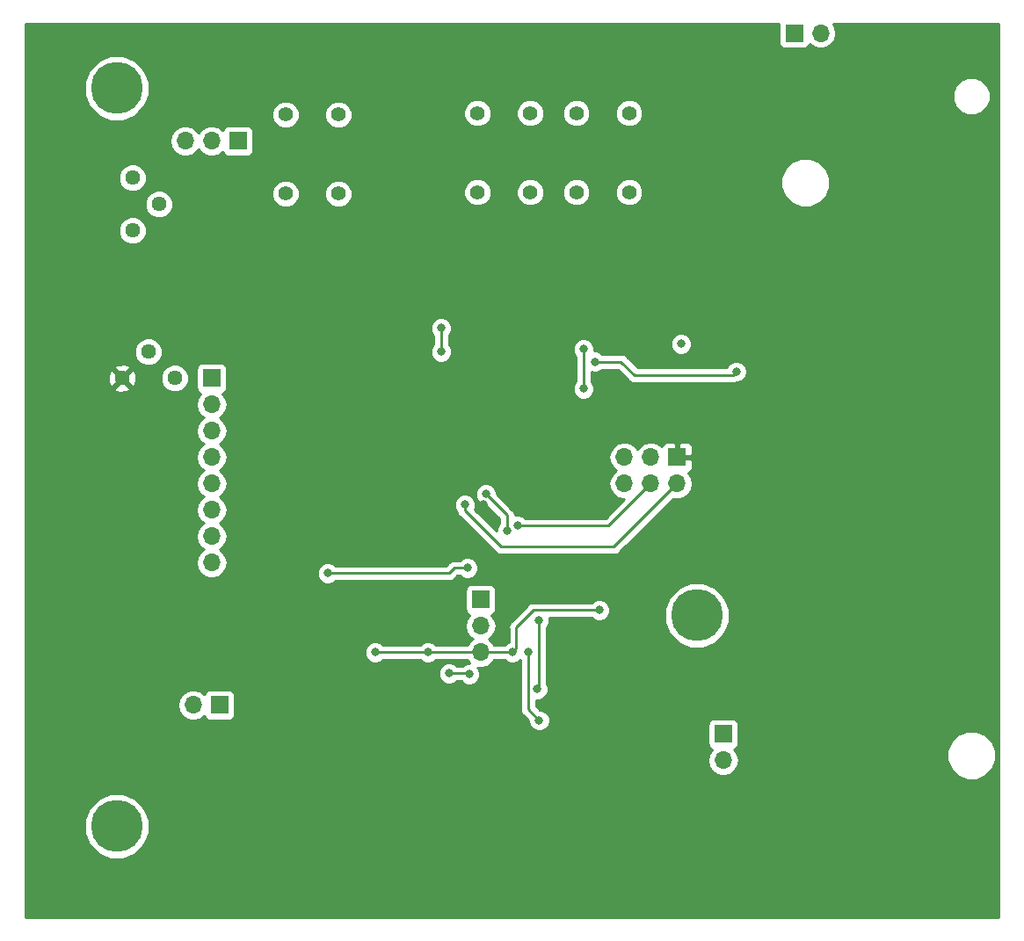
<source format=gbr>
G04 #@! TF.GenerationSoftware,KiCad,Pcbnew,5.0.2+dfsg1-1~bpo9+1*
G04 #@! TF.CreationDate,2019-10-12T12:41:39-07:00*
G04 #@! TF.ProjectId,birdEar,62697264-4561-4722-9e6b-696361645f70,rev?*
G04 #@! TF.SameCoordinates,Original*
G04 #@! TF.FileFunction,Copper,L2,Bot*
G04 #@! TF.FilePolarity,Positive*
%FSLAX46Y46*%
G04 Gerber Fmt 4.6, Leading zero omitted, Abs format (unit mm)*
G04 Created by KiCad (PCBNEW 5.0.2+dfsg1-1~bpo9+1) date Sat 12 Oct 2019 12:41:39 PM PDT*
%MOMM*%
%LPD*%
G01*
G04 APERTURE LIST*
G04 #@! TA.AperFunction,ComponentPad*
%ADD10O,1.700000X1.700000*%
G04 #@! TD*
G04 #@! TA.AperFunction,ComponentPad*
%ADD11R,1.700000X1.700000*%
G04 #@! TD*
G04 #@! TA.AperFunction,ComponentPad*
%ADD12C,1.440000*%
G04 #@! TD*
G04 #@! TA.AperFunction,ComponentPad*
%ADD13C,1.397000*%
G04 #@! TD*
G04 #@! TA.AperFunction,ViaPad*
%ADD14C,0.800000*%
G04 #@! TD*
G04 #@! TA.AperFunction,ViaPad*
%ADD15C,5.000000*%
G04 #@! TD*
G04 #@! TA.AperFunction,Conductor*
%ADD16C,0.250000*%
G04 #@! TD*
G04 #@! TA.AperFunction,Conductor*
%ADD17C,0.254000*%
G04 #@! TD*
G04 APERTURE END LIST*
D10*
G04 #@! TO.P,J3,6*
G04 #@! TO.N,Net-(J3-Pad6)*
X125095000Y-124460000D03*
G04 #@! TO.P,J3,5*
G04 #@! TO.N,GND*
X125095000Y-121920000D03*
G04 #@! TO.P,J3,4*
G04 #@! TO.N,/MCU/SWCLK*
X127635000Y-124460000D03*
G04 #@! TO.P,J3,3*
G04 #@! TO.N,/MCU/SW_RST*
X127635000Y-121920000D03*
G04 #@! TO.P,J3,2*
G04 #@! TO.N,/MCU/SWDIO*
X130175000Y-124460000D03*
D11*
G04 #@! TO.P,J3,1*
G04 #@! TO.N,+3V3*
X130175000Y-121920000D03*
G04 #@! TD*
D10*
G04 #@! TO.P,J7,2*
G04 #@! TO.N,GND*
X134620000Y-151130000D03*
D11*
G04 #@! TO.P,J7,1*
X134620000Y-148590000D03*
G04 #@! TD*
D12*
G04 #@! TO.P,RV2,1*
G04 #@! TO.N,Net-(R4-Pad1)*
X77724000Y-100076000D03*
G04 #@! TO.P,RV2,2*
G04 #@! TO.N,Net-(RV2-Pad2)*
X80264000Y-97536000D03*
G04 #@! TO.P,RV2,3*
G04 #@! TO.N,Net-(RV2-Pad3)*
X77724000Y-94996000D03*
G04 #@! TD*
G04 #@! TO.P,RV1,3*
G04 #@! TO.N,+3V3*
X76708000Y-114300000D03*
G04 #@! TO.P,RV1,2*
G04 #@! TO.N,Net-(RV1-Pad2)*
X79248000Y-111760000D03*
G04 #@! TO.P,RV1,1*
G04 #@! TO.N,GND*
X81788000Y-114300000D03*
G04 #@! TD*
D11*
G04 #@! TO.P,J6,1*
G04 #@! TO.N,Net-(J6-Pad1)*
X87884000Y-91440000D03*
D10*
G04 #@! TO.P,J6,2*
G04 #@! TO.N,Net-(J6-Pad2)*
X85344000Y-91440000D03*
G04 #@! TO.P,J6,3*
G04 #@! TO.N,Net-(J6-Pad3)*
X82804000Y-91440000D03*
G04 #@! TD*
D11*
G04 #@! TO.P,J5,1*
G04 #@! TO.N,/MCU/PF13*
X85344000Y-114300000D03*
D10*
G04 #@! TO.P,J5,2*
G04 #@! TO.N,/MCU/PF14*
X85344000Y-116840000D03*
G04 #@! TO.P,J5,3*
G04 #@! TO.N,/MCU/PF15*
X85344000Y-119380000D03*
G04 #@! TO.P,J5,4*
G04 #@! TO.N,/MCU/PG0*
X85344000Y-121920000D03*
G04 #@! TO.P,J5,5*
G04 #@! TO.N,/MCU/PG1*
X85344000Y-124460000D03*
G04 #@! TO.P,J5,6*
G04 #@! TO.N,/MCU/PE7*
X85344000Y-127000000D03*
G04 #@! TO.P,J5,7*
G04 #@! TO.N,/MCU/PE8*
X85344000Y-129540000D03*
G04 #@! TO.P,J5,8*
G04 #@! TO.N,GND*
X85344000Y-132080000D03*
G04 #@! TD*
D11*
G04 #@! TO.P,MK1,1*
G04 #@! TO.N,GND*
X86106000Y-145796000D03*
D10*
G04 #@! TO.P,MK1,2*
G04 #@! TO.N,Net-(C2-Pad2)*
X83566000Y-145796000D03*
G04 #@! TD*
D13*
G04 #@! TO.P,SW4,1*
G04 #@! TO.N,GND*
X92456000Y-88900000D03*
G04 #@! TO.P,SW4,2*
G04 #@! TO.N,Net-(SW4-Pad2)*
X97536000Y-88900000D03*
G04 #@! TO.P,SW4,1*
G04 #@! TO.N,GND*
X92456000Y-96520000D03*
G04 #@! TO.P,SW4,2*
G04 #@! TO.N,Net-(SW4-Pad2)*
X97536000Y-96520000D03*
G04 #@! TD*
G04 #@! TO.P,SW3,2*
G04 #@! TO.N,GND*
X116030000Y-96370000D03*
G04 #@! TO.P,SW3,1*
G04 #@! TO.N,/PB2*
X110950000Y-96370000D03*
G04 #@! TO.P,SW3,2*
G04 #@! TO.N,GND*
X116030000Y-88750000D03*
G04 #@! TO.P,SW3,1*
G04 #@! TO.N,/PB2*
X110950000Y-88750000D03*
G04 #@! TD*
G04 #@! TO.P,SW2,1*
G04 #@! TO.N,/PB1*
X120475000Y-88750000D03*
G04 #@! TO.P,SW2,2*
G04 #@! TO.N,GND*
X125555000Y-88750000D03*
G04 #@! TO.P,SW2,1*
G04 #@! TO.N,/PB1*
X120475000Y-96370000D03*
G04 #@! TO.P,SW2,2*
G04 #@! TO.N,GND*
X125555000Y-96370000D03*
G04 #@! TD*
D11*
G04 #@! TO.P,J4,1*
G04 #@! TO.N,Net-(C3-Pad1)*
X141460000Y-81040000D03*
D10*
G04 #@! TO.P,J4,2*
G04 #@! TO.N,Net-(BT1-Pad1)*
X144000000Y-81040000D03*
G04 #@! TD*
D11*
G04 #@! TO.P,J1,1*
G04 #@! TO.N,/MCU/UART_RX*
X111252000Y-135636000D03*
D10*
G04 #@! TO.P,J1,2*
G04 #@! TO.N,/MCU/UART_TX*
X111252000Y-138176000D03*
G04 #@! TO.P,J1,3*
G04 #@! TO.N,GND*
X111252000Y-140716000D03*
G04 #@! TD*
D14*
G04 #@! TO.N,+3V3*
X129540000Y-83185000D03*
X130965000Y-83185000D03*
X132235000Y-84455000D03*
X125095000Y-107950000D03*
X112395000Y-109220000D03*
X109728000Y-109220000D03*
X104140000Y-109220000D03*
X96520000Y-109220000D03*
X94488000Y-110236000D03*
X94488000Y-116840000D03*
X94488000Y-121920000D03*
X100076000Y-127000000D03*
X105664000Y-127000000D03*
X111506000Y-126492000D03*
X112268000Y-120904000D03*
X112268000Y-115824000D03*
X75692000Y-117348000D03*
X69088000Y-113538000D03*
X81788000Y-102108000D03*
X122278000Y-139550000D03*
X122405000Y-142725000D03*
X122324000Y-145900000D03*
X104648000Y-145288000D03*
X125476000Y-147828000D03*
X133096000Y-120396000D03*
X136144000Y-105664000D03*
X134698500Y-120474500D03*
X98515000Y-109220000D03*
X92630000Y-128858000D03*
D15*
G04 #@! TO.N,GND*
X132080000Y-137160000D03*
X76200000Y-86360000D03*
X76200000Y-157480000D03*
D14*
X114300000Y-140716000D03*
X111760000Y-125476000D03*
X113792000Y-129032000D03*
X101092000Y-140716000D03*
X106172000Y-140716000D03*
X107442000Y-109474000D03*
X107442000Y-111760000D03*
X121158000Y-111506000D03*
X121158000Y-115316000D03*
X130556000Y-110998000D03*
X122682000Y-136652000D03*
G04 #@! TO.N,/SCL*
X122240000Y-112710000D03*
X135890000Y-113665000D03*
G04 #@! TO.N,/MCU/DAT0*
X108204000Y-142748000D03*
X110157500Y-142826500D03*
G04 #@! TO.N,/MCU/DAT3*
X116840000Y-137668000D03*
X116720500Y-144272000D03*
G04 #@! TO.N,/MCU/DAT2*
X116900000Y-147267500D03*
X115824000Y-140716000D03*
G04 #@! TO.N,/MCU/SWDIO*
X109728000Y-126492000D03*
G04 #@! TO.N,Net-(C19-Pad1)*
X109982000Y-132588000D03*
X96520000Y-133096000D03*
G04 #@! TO.N,/MCU/SWCLK*
X114808000Y-128524000D03*
G04 #@! TD*
D16*
G04 #@! TO.N,GND*
X111252000Y-140716000D02*
X114300000Y-140716000D01*
X114300000Y-140716000D02*
X114300000Y-140716000D01*
X111252000Y-140716000D02*
X106172000Y-140716000D01*
X101092000Y-140716000D02*
X101092000Y-140716000D01*
X106172000Y-140716000D02*
X101092000Y-140716000D01*
X113792000Y-128524000D02*
X113792000Y-129032000D01*
X113792000Y-127508000D02*
X113792000Y-128524000D01*
X111760000Y-125476000D02*
X113792000Y-127508000D01*
X107442000Y-109474000D02*
X107442000Y-111760000D01*
X121158000Y-111506000D02*
X121158000Y-115316000D01*
X114699999Y-140316001D02*
X114699999Y-138284001D01*
X114300000Y-140716000D02*
X114699999Y-140316001D01*
X114699999Y-138284001D02*
X116332000Y-136652000D01*
X116332000Y-136652000D02*
X122682000Y-136652000D01*
X122682000Y-136652000D02*
X122682000Y-136652000D01*
G04 #@! TO.N,/SCL*
X122240000Y-112710000D02*
X124775000Y-112710000D01*
X126074001Y-114009001D02*
X135545999Y-114009001D01*
X124775000Y-112710000D02*
X126074001Y-114009001D01*
X135545999Y-114009001D02*
X135890000Y-113665000D01*
X135890000Y-113665000D02*
X135890000Y-113665000D01*
G04 #@! TO.N,/MCU/DAT0*
X110079000Y-142748000D02*
X110157500Y-142826500D01*
X108204000Y-142748000D02*
X110079000Y-142748000D01*
G04 #@! TO.N,/MCU/DAT3*
X116840000Y-144152500D02*
X116720500Y-144272000D01*
X116840000Y-137668000D02*
X116840000Y-144152500D01*
G04 #@! TO.N,/MCU/DAT2*
X115824000Y-146191500D02*
X116900000Y-147267500D01*
X115824000Y-140716000D02*
X115824000Y-146191500D01*
G04 #@! TO.N,/MCU/SWDIO*
X124079000Y-130556000D02*
X130175000Y-124460000D01*
X113226315Y-130556000D02*
X114554000Y-130556000D01*
X109728000Y-127057685D02*
X113226315Y-130556000D01*
X109728000Y-126492000D02*
X109728000Y-127057685D01*
X114554000Y-130556000D02*
X124079000Y-130556000D01*
G04 #@! TO.N,Net-(C19-Pad1)*
X96520000Y-133096000D02*
X96520000Y-133096000D01*
X108712000Y-132588000D02*
X108204000Y-133096000D01*
X109728000Y-132588000D02*
X108712000Y-132588000D01*
X108204000Y-133096000D02*
X96520000Y-133096000D01*
G04 #@! TO.N,/MCU/SWCLK*
X123571000Y-128524000D02*
X127635000Y-124460000D01*
X114808000Y-128524000D02*
X123571000Y-128524000D01*
G04 #@! TD*
D17*
G04 #@! TO.N,+3V3*
G36*
X139962560Y-80190000D02*
X139962560Y-81890000D01*
X140011843Y-82137765D01*
X140152191Y-82347809D01*
X140362235Y-82488157D01*
X140610000Y-82537440D01*
X142310000Y-82537440D01*
X142557765Y-82488157D01*
X142767809Y-82347809D01*
X142908157Y-82137765D01*
X142917184Y-82092381D01*
X142929375Y-82110625D01*
X143420582Y-82438839D01*
X143853744Y-82525000D01*
X144146256Y-82525000D01*
X144579418Y-82438839D01*
X145070625Y-82110625D01*
X145398839Y-81619418D01*
X145514092Y-81040000D01*
X145398839Y-80460582D01*
X145182628Y-80137000D01*
X161163000Y-80137000D01*
X161163000Y-166243000D01*
X67437000Y-166243000D01*
X67437000Y-156856410D01*
X73065000Y-156856410D01*
X73065000Y-158103590D01*
X73542276Y-159255835D01*
X74424165Y-160137724D01*
X75576410Y-160615000D01*
X76823590Y-160615000D01*
X77975835Y-160137724D01*
X78857724Y-159255835D01*
X79335000Y-158103590D01*
X79335000Y-156856410D01*
X78857724Y-155704165D01*
X77975835Y-154822276D01*
X76823590Y-154345000D01*
X75576410Y-154345000D01*
X74424165Y-154822276D01*
X73542276Y-155704165D01*
X73065000Y-156856410D01*
X67437000Y-156856410D01*
X67437000Y-151130000D01*
X133105908Y-151130000D01*
X133221161Y-151709418D01*
X133549375Y-152200625D01*
X134040582Y-152528839D01*
X134473744Y-152615000D01*
X134766256Y-152615000D01*
X135199418Y-152528839D01*
X135690625Y-152200625D01*
X136018839Y-151709418D01*
X136134092Y-151130000D01*
X136018839Y-150550582D01*
X135764922Y-150170567D01*
X156170000Y-150170567D01*
X156170000Y-151109433D01*
X156529289Y-151976833D01*
X157193167Y-152640711D01*
X158060567Y-153000000D01*
X158999433Y-153000000D01*
X159866833Y-152640711D01*
X160530711Y-151976833D01*
X160890000Y-151109433D01*
X160890000Y-150170567D01*
X160530711Y-149303167D01*
X159866833Y-148639289D01*
X158999433Y-148280000D01*
X158060567Y-148280000D01*
X157193167Y-148639289D01*
X156529289Y-149303167D01*
X156170000Y-150170567D01*
X135764922Y-150170567D01*
X135690625Y-150059375D01*
X135672381Y-150047184D01*
X135717765Y-150038157D01*
X135927809Y-149897809D01*
X136068157Y-149687765D01*
X136117440Y-149440000D01*
X136117440Y-147740000D01*
X136068157Y-147492235D01*
X135927809Y-147282191D01*
X135717765Y-147141843D01*
X135470000Y-147092560D01*
X133770000Y-147092560D01*
X133522235Y-147141843D01*
X133312191Y-147282191D01*
X133171843Y-147492235D01*
X133122560Y-147740000D01*
X133122560Y-149440000D01*
X133171843Y-149687765D01*
X133312191Y-149897809D01*
X133522235Y-150038157D01*
X133567619Y-150047184D01*
X133549375Y-150059375D01*
X133221161Y-150550582D01*
X133105908Y-151130000D01*
X67437000Y-151130000D01*
X67437000Y-145796000D01*
X82051908Y-145796000D01*
X82167161Y-146375418D01*
X82495375Y-146866625D01*
X82986582Y-147194839D01*
X83419744Y-147281000D01*
X83712256Y-147281000D01*
X84145418Y-147194839D01*
X84636625Y-146866625D01*
X84648816Y-146848381D01*
X84657843Y-146893765D01*
X84798191Y-147103809D01*
X85008235Y-147244157D01*
X85256000Y-147293440D01*
X86956000Y-147293440D01*
X87203765Y-147244157D01*
X87413809Y-147103809D01*
X87554157Y-146893765D01*
X87603440Y-146646000D01*
X87603440Y-144946000D01*
X87554157Y-144698235D01*
X87413809Y-144488191D01*
X87203765Y-144347843D01*
X86956000Y-144298560D01*
X85256000Y-144298560D01*
X85008235Y-144347843D01*
X84798191Y-144488191D01*
X84657843Y-144698235D01*
X84648816Y-144743619D01*
X84636625Y-144725375D01*
X84145418Y-144397161D01*
X83712256Y-144311000D01*
X83419744Y-144311000D01*
X82986582Y-144397161D01*
X82495375Y-144725375D01*
X82167161Y-145216582D01*
X82051908Y-145796000D01*
X67437000Y-145796000D01*
X67437000Y-140510126D01*
X100057000Y-140510126D01*
X100057000Y-140921874D01*
X100214569Y-141302280D01*
X100505720Y-141593431D01*
X100886126Y-141751000D01*
X101297874Y-141751000D01*
X101678280Y-141593431D01*
X101795711Y-141476000D01*
X105468289Y-141476000D01*
X105585720Y-141593431D01*
X105966126Y-141751000D01*
X106377874Y-141751000D01*
X106758280Y-141593431D01*
X106875711Y-141476000D01*
X109973822Y-141476000D01*
X110181375Y-141786625D01*
X110188671Y-141791500D01*
X109951626Y-141791500D01*
X109571220Y-141949069D01*
X109532289Y-141988000D01*
X108907711Y-141988000D01*
X108790280Y-141870569D01*
X108409874Y-141713000D01*
X107998126Y-141713000D01*
X107617720Y-141870569D01*
X107326569Y-142161720D01*
X107169000Y-142542126D01*
X107169000Y-142953874D01*
X107326569Y-143334280D01*
X107617720Y-143625431D01*
X107998126Y-143783000D01*
X108409874Y-143783000D01*
X108790280Y-143625431D01*
X108907711Y-143508000D01*
X109375289Y-143508000D01*
X109571220Y-143703931D01*
X109951626Y-143861500D01*
X110363374Y-143861500D01*
X110743780Y-143703931D01*
X111034931Y-143412780D01*
X111192500Y-143032374D01*
X111192500Y-142620626D01*
X111034931Y-142240220D01*
X110968390Y-142173679D01*
X111105744Y-142201000D01*
X111398256Y-142201000D01*
X111831418Y-142114839D01*
X112322625Y-141786625D01*
X112530178Y-141476000D01*
X113596289Y-141476000D01*
X113713720Y-141593431D01*
X114094126Y-141751000D01*
X114505874Y-141751000D01*
X114886280Y-141593431D01*
X115062000Y-141417711D01*
X115064000Y-141419711D01*
X115064001Y-146116648D01*
X115049112Y-146191500D01*
X115108097Y-146488037D01*
X115213645Y-146646000D01*
X115276072Y-146739429D01*
X115339528Y-146781829D01*
X115865000Y-147307302D01*
X115865000Y-147473374D01*
X116022569Y-147853780D01*
X116313720Y-148144931D01*
X116694126Y-148302500D01*
X117105874Y-148302500D01*
X117486280Y-148144931D01*
X117777431Y-147853780D01*
X117935000Y-147473374D01*
X117935000Y-147061626D01*
X117777431Y-146681220D01*
X117486280Y-146390069D01*
X117105874Y-146232500D01*
X116939802Y-146232500D01*
X116584000Y-145876699D01*
X116584000Y-145307000D01*
X116926374Y-145307000D01*
X117306780Y-145149431D01*
X117597931Y-144858280D01*
X117755500Y-144477874D01*
X117755500Y-144066126D01*
X117600000Y-143690715D01*
X117600000Y-138371711D01*
X117717431Y-138254280D01*
X117875000Y-137873874D01*
X117875000Y-137462126D01*
X117854237Y-137412000D01*
X121978289Y-137412000D01*
X122095720Y-137529431D01*
X122476126Y-137687000D01*
X122887874Y-137687000D01*
X123268280Y-137529431D01*
X123559431Y-137238280D01*
X123717000Y-136857874D01*
X123717000Y-136536410D01*
X128945000Y-136536410D01*
X128945000Y-137783590D01*
X129422276Y-138935835D01*
X130304165Y-139817724D01*
X131456410Y-140295000D01*
X132703590Y-140295000D01*
X133855835Y-139817724D01*
X134737724Y-138935835D01*
X135215000Y-137783590D01*
X135215000Y-136536410D01*
X134737724Y-135384165D01*
X133855835Y-134502276D01*
X132703590Y-134025000D01*
X131456410Y-134025000D01*
X130304165Y-134502276D01*
X129422276Y-135384165D01*
X128945000Y-136536410D01*
X123717000Y-136536410D01*
X123717000Y-136446126D01*
X123559431Y-136065720D01*
X123268280Y-135774569D01*
X122887874Y-135617000D01*
X122476126Y-135617000D01*
X122095720Y-135774569D01*
X121978289Y-135892000D01*
X116406847Y-135892000D01*
X116332000Y-135877112D01*
X116257153Y-135892000D01*
X116257148Y-135892000D01*
X116035463Y-135936096D01*
X115784071Y-136104071D01*
X115741671Y-136167527D01*
X114215527Y-137693672D01*
X114152071Y-137736072D01*
X114109671Y-137799528D01*
X114109670Y-137799529D01*
X113984096Y-137987464D01*
X113925111Y-138284001D01*
X113940000Y-138358853D01*
X113939999Y-139744841D01*
X113713720Y-139838569D01*
X113596289Y-139956000D01*
X112530178Y-139956000D01*
X112322625Y-139645375D01*
X112024239Y-139446000D01*
X112322625Y-139246625D01*
X112650839Y-138755418D01*
X112766092Y-138176000D01*
X112650839Y-137596582D01*
X112322625Y-137105375D01*
X112304381Y-137093184D01*
X112349765Y-137084157D01*
X112559809Y-136943809D01*
X112700157Y-136733765D01*
X112749440Y-136486000D01*
X112749440Y-134786000D01*
X112700157Y-134538235D01*
X112559809Y-134328191D01*
X112349765Y-134187843D01*
X112102000Y-134138560D01*
X110402000Y-134138560D01*
X110154235Y-134187843D01*
X109944191Y-134328191D01*
X109803843Y-134538235D01*
X109754560Y-134786000D01*
X109754560Y-136486000D01*
X109803843Y-136733765D01*
X109944191Y-136943809D01*
X110154235Y-137084157D01*
X110199619Y-137093184D01*
X110181375Y-137105375D01*
X109853161Y-137596582D01*
X109737908Y-138176000D01*
X109853161Y-138755418D01*
X110181375Y-139246625D01*
X110479761Y-139446000D01*
X110181375Y-139645375D01*
X109973822Y-139956000D01*
X106875711Y-139956000D01*
X106758280Y-139838569D01*
X106377874Y-139681000D01*
X105966126Y-139681000D01*
X105585720Y-139838569D01*
X105468289Y-139956000D01*
X101795711Y-139956000D01*
X101678280Y-139838569D01*
X101297874Y-139681000D01*
X100886126Y-139681000D01*
X100505720Y-139838569D01*
X100214569Y-140129720D01*
X100057000Y-140510126D01*
X67437000Y-140510126D01*
X67437000Y-116840000D01*
X83829908Y-116840000D01*
X83945161Y-117419418D01*
X84273375Y-117910625D01*
X84571761Y-118110000D01*
X84273375Y-118309375D01*
X83945161Y-118800582D01*
X83829908Y-119380000D01*
X83945161Y-119959418D01*
X84273375Y-120450625D01*
X84571761Y-120650000D01*
X84273375Y-120849375D01*
X83945161Y-121340582D01*
X83829908Y-121920000D01*
X83945161Y-122499418D01*
X84273375Y-122990625D01*
X84571761Y-123190000D01*
X84273375Y-123389375D01*
X83945161Y-123880582D01*
X83829908Y-124460000D01*
X83945161Y-125039418D01*
X84273375Y-125530625D01*
X84571761Y-125730000D01*
X84273375Y-125929375D01*
X83945161Y-126420582D01*
X83829908Y-127000000D01*
X83945161Y-127579418D01*
X84273375Y-128070625D01*
X84571761Y-128270000D01*
X84273375Y-128469375D01*
X83945161Y-128960582D01*
X83829908Y-129540000D01*
X83945161Y-130119418D01*
X84273375Y-130610625D01*
X84571761Y-130810000D01*
X84273375Y-131009375D01*
X83945161Y-131500582D01*
X83829908Y-132080000D01*
X83945161Y-132659418D01*
X84273375Y-133150625D01*
X84764582Y-133478839D01*
X85197744Y-133565000D01*
X85490256Y-133565000D01*
X85923418Y-133478839D01*
X86414625Y-133150625D01*
X86588684Y-132890126D01*
X95485000Y-132890126D01*
X95485000Y-133301874D01*
X95642569Y-133682280D01*
X95933720Y-133973431D01*
X96314126Y-134131000D01*
X96725874Y-134131000D01*
X97106280Y-133973431D01*
X97223711Y-133856000D01*
X108129153Y-133856000D01*
X108204000Y-133870888D01*
X108278847Y-133856000D01*
X108278852Y-133856000D01*
X108500537Y-133811904D01*
X108751929Y-133643929D01*
X108794330Y-133580471D01*
X109026802Y-133348000D01*
X109278289Y-133348000D01*
X109395720Y-133465431D01*
X109776126Y-133623000D01*
X110187874Y-133623000D01*
X110568280Y-133465431D01*
X110859431Y-133174280D01*
X111017000Y-132793874D01*
X111017000Y-132382126D01*
X110859431Y-132001720D01*
X110568280Y-131710569D01*
X110187874Y-131553000D01*
X109776126Y-131553000D01*
X109395720Y-131710569D01*
X109278289Y-131828000D01*
X108786846Y-131828000D01*
X108711999Y-131813112D01*
X108637152Y-131828000D01*
X108637148Y-131828000D01*
X108415463Y-131872096D01*
X108415461Y-131872097D01*
X108415462Y-131872097D01*
X108227526Y-131997671D01*
X108227524Y-131997673D01*
X108164071Y-132040071D01*
X108121672Y-132103525D01*
X107889198Y-132336000D01*
X97223711Y-132336000D01*
X97106280Y-132218569D01*
X96725874Y-132061000D01*
X96314126Y-132061000D01*
X95933720Y-132218569D01*
X95642569Y-132509720D01*
X95485000Y-132890126D01*
X86588684Y-132890126D01*
X86742839Y-132659418D01*
X86858092Y-132080000D01*
X86742839Y-131500582D01*
X86414625Y-131009375D01*
X86116239Y-130810000D01*
X86414625Y-130610625D01*
X86742839Y-130119418D01*
X86858092Y-129540000D01*
X86742839Y-128960582D01*
X86414625Y-128469375D01*
X86116239Y-128270000D01*
X86414625Y-128070625D01*
X86742839Y-127579418D01*
X86858092Y-127000000D01*
X86742839Y-126420582D01*
X86652999Y-126286126D01*
X108693000Y-126286126D01*
X108693000Y-126697874D01*
X108850569Y-127078280D01*
X108983686Y-127211397D01*
X109012096Y-127354222D01*
X109180072Y-127605614D01*
X109243528Y-127648014D01*
X112635986Y-131040473D01*
X112678386Y-131103929D01*
X112929778Y-131271904D01*
X113151463Y-131316000D01*
X113151467Y-131316000D01*
X113226315Y-131330888D01*
X113301163Y-131316000D01*
X124004153Y-131316000D01*
X124079000Y-131330888D01*
X124153847Y-131316000D01*
X124153852Y-131316000D01*
X124375537Y-131271904D01*
X124626929Y-131103929D01*
X124669331Y-131040470D01*
X129808593Y-125901209D01*
X130028744Y-125945000D01*
X130321256Y-125945000D01*
X130754418Y-125858839D01*
X131245625Y-125530625D01*
X131573839Y-125039418D01*
X131689092Y-124460000D01*
X131573839Y-123880582D01*
X131245625Y-123389375D01*
X131223968Y-123374904D01*
X131384699Y-123308327D01*
X131563327Y-123129698D01*
X131660000Y-122896309D01*
X131660000Y-122205750D01*
X131501250Y-122047000D01*
X130302000Y-122047000D01*
X130302000Y-122067000D01*
X130048000Y-122067000D01*
X130048000Y-122047000D01*
X130028000Y-122047000D01*
X130028000Y-121793000D01*
X130048000Y-121793000D01*
X130048000Y-120593750D01*
X130302000Y-120593750D01*
X130302000Y-121793000D01*
X131501250Y-121793000D01*
X131660000Y-121634250D01*
X131660000Y-120943691D01*
X131563327Y-120710302D01*
X131384699Y-120531673D01*
X131151310Y-120435000D01*
X130460750Y-120435000D01*
X130302000Y-120593750D01*
X130048000Y-120593750D01*
X129889250Y-120435000D01*
X129198690Y-120435000D01*
X128965301Y-120531673D01*
X128786673Y-120710302D01*
X128720096Y-120871033D01*
X128705625Y-120849375D01*
X128214418Y-120521161D01*
X127781256Y-120435000D01*
X127488744Y-120435000D01*
X127055582Y-120521161D01*
X126564375Y-120849375D01*
X126365000Y-121147761D01*
X126165625Y-120849375D01*
X125674418Y-120521161D01*
X125241256Y-120435000D01*
X124948744Y-120435000D01*
X124515582Y-120521161D01*
X124024375Y-120849375D01*
X123696161Y-121340582D01*
X123580908Y-121920000D01*
X123696161Y-122499418D01*
X124024375Y-122990625D01*
X124322761Y-123190000D01*
X124024375Y-123389375D01*
X123696161Y-123880582D01*
X123580908Y-124460000D01*
X123696161Y-125039418D01*
X124024375Y-125530625D01*
X124515582Y-125858839D01*
X124948744Y-125945000D01*
X125075198Y-125945000D01*
X123256199Y-127764000D01*
X115511711Y-127764000D01*
X115394280Y-127646569D01*
X115013874Y-127489000D01*
X114602126Y-127489000D01*
X114566079Y-127503931D01*
X114552000Y-127433153D01*
X114552000Y-127433148D01*
X114507904Y-127211463D01*
X114339929Y-126960071D01*
X114276473Y-126917671D01*
X112795000Y-125436199D01*
X112795000Y-125270126D01*
X112637431Y-124889720D01*
X112346280Y-124598569D01*
X111965874Y-124441000D01*
X111554126Y-124441000D01*
X111173720Y-124598569D01*
X110882569Y-124889720D01*
X110725000Y-125270126D01*
X110725000Y-125681874D01*
X110882569Y-126062280D01*
X111173720Y-126353431D01*
X111554126Y-126511000D01*
X111720199Y-126511000D01*
X113032000Y-127822802D01*
X113032001Y-128328288D01*
X112914569Y-128445720D01*
X112757000Y-128826126D01*
X112757000Y-129011883D01*
X110669271Y-126924155D01*
X110763000Y-126697874D01*
X110763000Y-126286126D01*
X110605431Y-125905720D01*
X110314280Y-125614569D01*
X109933874Y-125457000D01*
X109522126Y-125457000D01*
X109141720Y-125614569D01*
X108850569Y-125905720D01*
X108693000Y-126286126D01*
X86652999Y-126286126D01*
X86414625Y-125929375D01*
X86116239Y-125730000D01*
X86414625Y-125530625D01*
X86742839Y-125039418D01*
X86858092Y-124460000D01*
X86742839Y-123880582D01*
X86414625Y-123389375D01*
X86116239Y-123190000D01*
X86414625Y-122990625D01*
X86742839Y-122499418D01*
X86858092Y-121920000D01*
X86742839Y-121340582D01*
X86414625Y-120849375D01*
X86116239Y-120650000D01*
X86414625Y-120450625D01*
X86742839Y-119959418D01*
X86858092Y-119380000D01*
X86742839Y-118800582D01*
X86414625Y-118309375D01*
X86116239Y-118110000D01*
X86414625Y-117910625D01*
X86742839Y-117419418D01*
X86858092Y-116840000D01*
X86742839Y-116260582D01*
X86414625Y-115769375D01*
X86396381Y-115757184D01*
X86441765Y-115748157D01*
X86651809Y-115607809D01*
X86792157Y-115397765D01*
X86841440Y-115150000D01*
X86841440Y-113450000D01*
X86792157Y-113202235D01*
X86651809Y-112992191D01*
X86441765Y-112851843D01*
X86194000Y-112802560D01*
X84494000Y-112802560D01*
X84246235Y-112851843D01*
X84036191Y-112992191D01*
X83895843Y-113202235D01*
X83846560Y-113450000D01*
X83846560Y-115150000D01*
X83895843Y-115397765D01*
X84036191Y-115607809D01*
X84246235Y-115748157D01*
X84291619Y-115757184D01*
X84273375Y-115769375D01*
X83945161Y-116260582D01*
X83829908Y-116840000D01*
X67437000Y-116840000D01*
X67437000Y-115249774D01*
X75937831Y-115249774D01*
X76002131Y-115487611D01*
X76510342Y-115667333D01*
X77048644Y-115638892D01*
X77413869Y-115487611D01*
X77478169Y-115249774D01*
X76708000Y-114479605D01*
X75937831Y-115249774D01*
X67437000Y-115249774D01*
X67437000Y-114102342D01*
X75340667Y-114102342D01*
X75369108Y-114640644D01*
X75520389Y-115005869D01*
X75758226Y-115070169D01*
X76528395Y-114300000D01*
X76887605Y-114300000D01*
X77657774Y-115070169D01*
X77895611Y-115005869D01*
X78075333Y-114497658D01*
X78050650Y-114030474D01*
X80433000Y-114030474D01*
X80433000Y-114569526D01*
X80639286Y-115067546D01*
X81020454Y-115448714D01*
X81518474Y-115655000D01*
X82057526Y-115655000D01*
X82555546Y-115448714D01*
X82936714Y-115067546D01*
X83143000Y-114569526D01*
X83143000Y-114030474D01*
X82936714Y-113532454D01*
X82555546Y-113151286D01*
X82057526Y-112945000D01*
X81518474Y-112945000D01*
X81020454Y-113151286D01*
X80639286Y-113532454D01*
X80433000Y-114030474D01*
X78050650Y-114030474D01*
X78046892Y-113959356D01*
X77895611Y-113594131D01*
X77657774Y-113529831D01*
X76887605Y-114300000D01*
X76528395Y-114300000D01*
X75758226Y-113529831D01*
X75520389Y-113594131D01*
X75340667Y-114102342D01*
X67437000Y-114102342D01*
X67437000Y-113350226D01*
X75937831Y-113350226D01*
X76708000Y-114120395D01*
X77478169Y-113350226D01*
X77413869Y-113112389D01*
X76905658Y-112932667D01*
X76367356Y-112961108D01*
X76002131Y-113112389D01*
X75937831Y-113350226D01*
X67437000Y-113350226D01*
X67437000Y-111490474D01*
X77893000Y-111490474D01*
X77893000Y-112029526D01*
X78099286Y-112527546D01*
X78480454Y-112908714D01*
X78978474Y-113115000D01*
X79517526Y-113115000D01*
X80015546Y-112908714D01*
X80396714Y-112527546D01*
X80603000Y-112029526D01*
X80603000Y-111490474D01*
X80396714Y-110992454D01*
X80015546Y-110611286D01*
X79517526Y-110405000D01*
X78978474Y-110405000D01*
X78480454Y-110611286D01*
X78099286Y-110992454D01*
X77893000Y-111490474D01*
X67437000Y-111490474D01*
X67437000Y-109268126D01*
X106407000Y-109268126D01*
X106407000Y-109679874D01*
X106564569Y-110060280D01*
X106682000Y-110177711D01*
X106682001Y-111056288D01*
X106564569Y-111173720D01*
X106407000Y-111554126D01*
X106407000Y-111965874D01*
X106564569Y-112346280D01*
X106855720Y-112637431D01*
X107236126Y-112795000D01*
X107647874Y-112795000D01*
X108028280Y-112637431D01*
X108319431Y-112346280D01*
X108477000Y-111965874D01*
X108477000Y-111554126D01*
X108371790Y-111300126D01*
X120123000Y-111300126D01*
X120123000Y-111711874D01*
X120280569Y-112092280D01*
X120398000Y-112209711D01*
X120398001Y-114612288D01*
X120280569Y-114729720D01*
X120123000Y-115110126D01*
X120123000Y-115521874D01*
X120280569Y-115902280D01*
X120571720Y-116193431D01*
X120952126Y-116351000D01*
X121363874Y-116351000D01*
X121744280Y-116193431D01*
X122035431Y-115902280D01*
X122193000Y-115521874D01*
X122193000Y-115110126D01*
X122035431Y-114729720D01*
X121918000Y-114612289D01*
X121918000Y-113696899D01*
X122034126Y-113745000D01*
X122445874Y-113745000D01*
X122826280Y-113587431D01*
X122943711Y-113470000D01*
X124460199Y-113470000D01*
X125483672Y-114493474D01*
X125526072Y-114556930D01*
X125589528Y-114599330D01*
X125777463Y-114724905D01*
X125825606Y-114734481D01*
X125999149Y-114769001D01*
X125999153Y-114769001D01*
X126074001Y-114783889D01*
X126148849Y-114769001D01*
X135471152Y-114769001D01*
X135545999Y-114783889D01*
X135620846Y-114769001D01*
X135620851Y-114769001D01*
X135842536Y-114724905D01*
X135879809Y-114700000D01*
X136095874Y-114700000D01*
X136476280Y-114542431D01*
X136767431Y-114251280D01*
X136925000Y-113870874D01*
X136925000Y-113459126D01*
X136767431Y-113078720D01*
X136476280Y-112787569D01*
X136095874Y-112630000D01*
X135684126Y-112630000D01*
X135303720Y-112787569D01*
X135012569Y-113078720D01*
X134942036Y-113249001D01*
X126388803Y-113249001D01*
X125365331Y-112225530D01*
X125322929Y-112162071D01*
X125071537Y-111994096D01*
X124849852Y-111950000D01*
X124849847Y-111950000D01*
X124775000Y-111935112D01*
X124700153Y-111950000D01*
X122943711Y-111950000D01*
X122826280Y-111832569D01*
X122445874Y-111675000D01*
X122193000Y-111675000D01*
X122193000Y-111300126D01*
X122035431Y-110919720D01*
X121907837Y-110792126D01*
X129521000Y-110792126D01*
X129521000Y-111203874D01*
X129678569Y-111584280D01*
X129969720Y-111875431D01*
X130350126Y-112033000D01*
X130761874Y-112033000D01*
X131142280Y-111875431D01*
X131433431Y-111584280D01*
X131591000Y-111203874D01*
X131591000Y-110792126D01*
X131433431Y-110411720D01*
X131142280Y-110120569D01*
X130761874Y-109963000D01*
X130350126Y-109963000D01*
X129969720Y-110120569D01*
X129678569Y-110411720D01*
X129521000Y-110792126D01*
X121907837Y-110792126D01*
X121744280Y-110628569D01*
X121363874Y-110471000D01*
X120952126Y-110471000D01*
X120571720Y-110628569D01*
X120280569Y-110919720D01*
X120123000Y-111300126D01*
X108371790Y-111300126D01*
X108319431Y-111173720D01*
X108202000Y-111056289D01*
X108202000Y-110177711D01*
X108319431Y-110060280D01*
X108477000Y-109679874D01*
X108477000Y-109268126D01*
X108319431Y-108887720D01*
X108028280Y-108596569D01*
X107647874Y-108439000D01*
X107236126Y-108439000D01*
X106855720Y-108596569D01*
X106564569Y-108887720D01*
X106407000Y-109268126D01*
X67437000Y-109268126D01*
X67437000Y-99806474D01*
X76369000Y-99806474D01*
X76369000Y-100345526D01*
X76575286Y-100843546D01*
X76956454Y-101224714D01*
X77454474Y-101431000D01*
X77993526Y-101431000D01*
X78491546Y-101224714D01*
X78872714Y-100843546D01*
X79079000Y-100345526D01*
X79079000Y-99806474D01*
X78872714Y-99308454D01*
X78491546Y-98927286D01*
X77993526Y-98721000D01*
X77454474Y-98721000D01*
X76956454Y-98927286D01*
X76575286Y-99308454D01*
X76369000Y-99806474D01*
X67437000Y-99806474D01*
X67437000Y-97266474D01*
X78909000Y-97266474D01*
X78909000Y-97805526D01*
X79115286Y-98303546D01*
X79496454Y-98684714D01*
X79994474Y-98891000D01*
X80533526Y-98891000D01*
X81031546Y-98684714D01*
X81412714Y-98303546D01*
X81619000Y-97805526D01*
X81619000Y-97266474D01*
X81412714Y-96768454D01*
X81031546Y-96387286D01*
X80711575Y-96254750D01*
X91122500Y-96254750D01*
X91122500Y-96785250D01*
X91325513Y-97275367D01*
X91700633Y-97650487D01*
X92190750Y-97853500D01*
X92721250Y-97853500D01*
X93211367Y-97650487D01*
X93586487Y-97275367D01*
X93789500Y-96785250D01*
X93789500Y-96254750D01*
X96202500Y-96254750D01*
X96202500Y-96785250D01*
X96405513Y-97275367D01*
X96780633Y-97650487D01*
X97270750Y-97853500D01*
X97801250Y-97853500D01*
X98291367Y-97650487D01*
X98666487Y-97275367D01*
X98869500Y-96785250D01*
X98869500Y-96254750D01*
X98807368Y-96104750D01*
X109616500Y-96104750D01*
X109616500Y-96635250D01*
X109819513Y-97125367D01*
X110194633Y-97500487D01*
X110684750Y-97703500D01*
X111215250Y-97703500D01*
X111705367Y-97500487D01*
X112080487Y-97125367D01*
X112283500Y-96635250D01*
X112283500Y-96104750D01*
X114696500Y-96104750D01*
X114696500Y-96635250D01*
X114899513Y-97125367D01*
X115274633Y-97500487D01*
X115764750Y-97703500D01*
X116295250Y-97703500D01*
X116785367Y-97500487D01*
X117160487Y-97125367D01*
X117363500Y-96635250D01*
X117363500Y-96104750D01*
X119141500Y-96104750D01*
X119141500Y-96635250D01*
X119344513Y-97125367D01*
X119719633Y-97500487D01*
X120209750Y-97703500D01*
X120740250Y-97703500D01*
X121230367Y-97500487D01*
X121605487Y-97125367D01*
X121808500Y-96635250D01*
X121808500Y-96104750D01*
X124221500Y-96104750D01*
X124221500Y-96635250D01*
X124424513Y-97125367D01*
X124799633Y-97500487D01*
X125289750Y-97703500D01*
X125820250Y-97703500D01*
X126310367Y-97500487D01*
X126685487Y-97125367D01*
X126888500Y-96635250D01*
X126888500Y-96104750D01*
X126685487Y-95614633D01*
X126310367Y-95239513D01*
X125820250Y-95036500D01*
X125289750Y-95036500D01*
X124799633Y-95239513D01*
X124424513Y-95614633D01*
X124221500Y-96104750D01*
X121808500Y-96104750D01*
X121605487Y-95614633D01*
X121230367Y-95239513D01*
X120740250Y-95036500D01*
X120209750Y-95036500D01*
X119719633Y-95239513D01*
X119344513Y-95614633D01*
X119141500Y-96104750D01*
X117363500Y-96104750D01*
X117160487Y-95614633D01*
X116785367Y-95239513D01*
X116295250Y-95036500D01*
X115764750Y-95036500D01*
X115274633Y-95239513D01*
X114899513Y-95614633D01*
X114696500Y-96104750D01*
X112283500Y-96104750D01*
X112080487Y-95614633D01*
X111705367Y-95239513D01*
X111215250Y-95036500D01*
X110684750Y-95036500D01*
X110194633Y-95239513D01*
X109819513Y-95614633D01*
X109616500Y-96104750D01*
X98807368Y-96104750D01*
X98666487Y-95764633D01*
X98291367Y-95389513D01*
X97801250Y-95186500D01*
X97270750Y-95186500D01*
X96780633Y-95389513D01*
X96405513Y-95764633D01*
X96202500Y-96254750D01*
X93789500Y-96254750D01*
X93586487Y-95764633D01*
X93211367Y-95389513D01*
X92721250Y-95186500D01*
X92190750Y-95186500D01*
X91700633Y-95389513D01*
X91325513Y-95764633D01*
X91122500Y-96254750D01*
X80711575Y-96254750D01*
X80533526Y-96181000D01*
X79994474Y-96181000D01*
X79496454Y-96387286D01*
X79115286Y-96768454D01*
X78909000Y-97266474D01*
X67437000Y-97266474D01*
X67437000Y-94726474D01*
X76369000Y-94726474D01*
X76369000Y-95265526D01*
X76575286Y-95763546D01*
X76956454Y-96144714D01*
X77454474Y-96351000D01*
X77993526Y-96351000D01*
X78491546Y-96144714D01*
X78872714Y-95763546D01*
X79079000Y-95265526D01*
X79079000Y-94970567D01*
X140170000Y-94970567D01*
X140170000Y-95909433D01*
X140529289Y-96776833D01*
X141193167Y-97440711D01*
X142060567Y-97800000D01*
X142999433Y-97800000D01*
X143866833Y-97440711D01*
X144530711Y-96776833D01*
X144890000Y-95909433D01*
X144890000Y-94970567D01*
X144530711Y-94103167D01*
X143866833Y-93439289D01*
X142999433Y-93080000D01*
X142060567Y-93080000D01*
X141193167Y-93439289D01*
X140529289Y-94103167D01*
X140170000Y-94970567D01*
X79079000Y-94970567D01*
X79079000Y-94726474D01*
X78872714Y-94228454D01*
X78491546Y-93847286D01*
X77993526Y-93641000D01*
X77454474Y-93641000D01*
X76956454Y-93847286D01*
X76575286Y-94228454D01*
X76369000Y-94726474D01*
X67437000Y-94726474D01*
X67437000Y-91440000D01*
X81289908Y-91440000D01*
X81405161Y-92019418D01*
X81733375Y-92510625D01*
X82224582Y-92838839D01*
X82657744Y-92925000D01*
X82950256Y-92925000D01*
X83383418Y-92838839D01*
X83874625Y-92510625D01*
X84074000Y-92212239D01*
X84273375Y-92510625D01*
X84764582Y-92838839D01*
X85197744Y-92925000D01*
X85490256Y-92925000D01*
X85923418Y-92838839D01*
X86414625Y-92510625D01*
X86426816Y-92492381D01*
X86435843Y-92537765D01*
X86576191Y-92747809D01*
X86786235Y-92888157D01*
X87034000Y-92937440D01*
X88734000Y-92937440D01*
X88981765Y-92888157D01*
X89191809Y-92747809D01*
X89332157Y-92537765D01*
X89381440Y-92290000D01*
X89381440Y-90590000D01*
X89332157Y-90342235D01*
X89191809Y-90132191D01*
X88981765Y-89991843D01*
X88734000Y-89942560D01*
X87034000Y-89942560D01*
X86786235Y-89991843D01*
X86576191Y-90132191D01*
X86435843Y-90342235D01*
X86426816Y-90387619D01*
X86414625Y-90369375D01*
X85923418Y-90041161D01*
X85490256Y-89955000D01*
X85197744Y-89955000D01*
X84764582Y-90041161D01*
X84273375Y-90369375D01*
X84074000Y-90667761D01*
X83874625Y-90369375D01*
X83383418Y-90041161D01*
X82950256Y-89955000D01*
X82657744Y-89955000D01*
X82224582Y-90041161D01*
X81733375Y-90369375D01*
X81405161Y-90860582D01*
X81289908Y-91440000D01*
X67437000Y-91440000D01*
X67437000Y-85736410D01*
X73065000Y-85736410D01*
X73065000Y-86983590D01*
X73542276Y-88135835D01*
X74424165Y-89017724D01*
X75576410Y-89495000D01*
X76823590Y-89495000D01*
X77975835Y-89017724D01*
X78358809Y-88634750D01*
X91122500Y-88634750D01*
X91122500Y-89165250D01*
X91325513Y-89655367D01*
X91700633Y-90030487D01*
X92190750Y-90233500D01*
X92721250Y-90233500D01*
X93211367Y-90030487D01*
X93586487Y-89655367D01*
X93789500Y-89165250D01*
X93789500Y-88634750D01*
X96202500Y-88634750D01*
X96202500Y-89165250D01*
X96405513Y-89655367D01*
X96780633Y-90030487D01*
X97270750Y-90233500D01*
X97801250Y-90233500D01*
X98291367Y-90030487D01*
X98666487Y-89655367D01*
X98869500Y-89165250D01*
X98869500Y-88634750D01*
X98807368Y-88484750D01*
X109616500Y-88484750D01*
X109616500Y-89015250D01*
X109819513Y-89505367D01*
X110194633Y-89880487D01*
X110684750Y-90083500D01*
X111215250Y-90083500D01*
X111705367Y-89880487D01*
X112080487Y-89505367D01*
X112283500Y-89015250D01*
X112283500Y-88484750D01*
X114696500Y-88484750D01*
X114696500Y-89015250D01*
X114899513Y-89505367D01*
X115274633Y-89880487D01*
X115764750Y-90083500D01*
X116295250Y-90083500D01*
X116785367Y-89880487D01*
X117160487Y-89505367D01*
X117363500Y-89015250D01*
X117363500Y-88484750D01*
X119141500Y-88484750D01*
X119141500Y-89015250D01*
X119344513Y-89505367D01*
X119719633Y-89880487D01*
X120209750Y-90083500D01*
X120740250Y-90083500D01*
X121230367Y-89880487D01*
X121605487Y-89505367D01*
X121808500Y-89015250D01*
X121808500Y-88484750D01*
X124221500Y-88484750D01*
X124221500Y-89015250D01*
X124424513Y-89505367D01*
X124799633Y-89880487D01*
X125289750Y-90083500D01*
X125820250Y-90083500D01*
X126310367Y-89880487D01*
X126685487Y-89505367D01*
X126888500Y-89015250D01*
X126888500Y-88484750D01*
X126685487Y-87994633D01*
X126310367Y-87619513D01*
X125820250Y-87416500D01*
X125289750Y-87416500D01*
X124799633Y-87619513D01*
X124424513Y-87994633D01*
X124221500Y-88484750D01*
X121808500Y-88484750D01*
X121605487Y-87994633D01*
X121230367Y-87619513D01*
X120740250Y-87416500D01*
X120209750Y-87416500D01*
X119719633Y-87619513D01*
X119344513Y-87994633D01*
X119141500Y-88484750D01*
X117363500Y-88484750D01*
X117160487Y-87994633D01*
X116785367Y-87619513D01*
X116295250Y-87416500D01*
X115764750Y-87416500D01*
X115274633Y-87619513D01*
X114899513Y-87994633D01*
X114696500Y-88484750D01*
X112283500Y-88484750D01*
X112080487Y-87994633D01*
X111705367Y-87619513D01*
X111215250Y-87416500D01*
X110684750Y-87416500D01*
X110194633Y-87619513D01*
X109819513Y-87994633D01*
X109616500Y-88484750D01*
X98807368Y-88484750D01*
X98666487Y-88144633D01*
X98291367Y-87769513D01*
X97801250Y-87566500D01*
X97270750Y-87566500D01*
X96780633Y-87769513D01*
X96405513Y-88144633D01*
X96202500Y-88634750D01*
X93789500Y-88634750D01*
X93586487Y-88144633D01*
X93211367Y-87769513D01*
X92721250Y-87566500D01*
X92190750Y-87566500D01*
X91700633Y-87769513D01*
X91325513Y-88144633D01*
X91122500Y-88634750D01*
X78358809Y-88634750D01*
X78857724Y-88135835D01*
X79335000Y-86983590D01*
X79335000Y-86745990D01*
X156700000Y-86745990D01*
X156700000Y-87474010D01*
X156978601Y-88146612D01*
X157493388Y-88661399D01*
X158165990Y-88940000D01*
X158894010Y-88940000D01*
X159566612Y-88661399D01*
X160081399Y-88146612D01*
X160360000Y-87474010D01*
X160360000Y-86745990D01*
X160081399Y-86073388D01*
X159566612Y-85558601D01*
X158894010Y-85280000D01*
X158165990Y-85280000D01*
X157493388Y-85558601D01*
X156978601Y-86073388D01*
X156700000Y-86745990D01*
X79335000Y-86745990D01*
X79335000Y-85736410D01*
X78857724Y-84584165D01*
X77975835Y-83702276D01*
X76823590Y-83225000D01*
X75576410Y-83225000D01*
X74424165Y-83702276D01*
X73542276Y-84584165D01*
X73065000Y-85736410D01*
X67437000Y-85736410D01*
X67437000Y-80137000D01*
X139973102Y-80137000D01*
X139962560Y-80190000D01*
X139962560Y-80190000D01*
G37*
X139962560Y-80190000D02*
X139962560Y-81890000D01*
X140011843Y-82137765D01*
X140152191Y-82347809D01*
X140362235Y-82488157D01*
X140610000Y-82537440D01*
X142310000Y-82537440D01*
X142557765Y-82488157D01*
X142767809Y-82347809D01*
X142908157Y-82137765D01*
X142917184Y-82092381D01*
X142929375Y-82110625D01*
X143420582Y-82438839D01*
X143853744Y-82525000D01*
X144146256Y-82525000D01*
X144579418Y-82438839D01*
X145070625Y-82110625D01*
X145398839Y-81619418D01*
X145514092Y-81040000D01*
X145398839Y-80460582D01*
X145182628Y-80137000D01*
X161163000Y-80137000D01*
X161163000Y-166243000D01*
X67437000Y-166243000D01*
X67437000Y-156856410D01*
X73065000Y-156856410D01*
X73065000Y-158103590D01*
X73542276Y-159255835D01*
X74424165Y-160137724D01*
X75576410Y-160615000D01*
X76823590Y-160615000D01*
X77975835Y-160137724D01*
X78857724Y-159255835D01*
X79335000Y-158103590D01*
X79335000Y-156856410D01*
X78857724Y-155704165D01*
X77975835Y-154822276D01*
X76823590Y-154345000D01*
X75576410Y-154345000D01*
X74424165Y-154822276D01*
X73542276Y-155704165D01*
X73065000Y-156856410D01*
X67437000Y-156856410D01*
X67437000Y-151130000D01*
X133105908Y-151130000D01*
X133221161Y-151709418D01*
X133549375Y-152200625D01*
X134040582Y-152528839D01*
X134473744Y-152615000D01*
X134766256Y-152615000D01*
X135199418Y-152528839D01*
X135690625Y-152200625D01*
X136018839Y-151709418D01*
X136134092Y-151130000D01*
X136018839Y-150550582D01*
X135764922Y-150170567D01*
X156170000Y-150170567D01*
X156170000Y-151109433D01*
X156529289Y-151976833D01*
X157193167Y-152640711D01*
X158060567Y-153000000D01*
X158999433Y-153000000D01*
X159866833Y-152640711D01*
X160530711Y-151976833D01*
X160890000Y-151109433D01*
X160890000Y-150170567D01*
X160530711Y-149303167D01*
X159866833Y-148639289D01*
X158999433Y-148280000D01*
X158060567Y-148280000D01*
X157193167Y-148639289D01*
X156529289Y-149303167D01*
X156170000Y-150170567D01*
X135764922Y-150170567D01*
X135690625Y-150059375D01*
X135672381Y-150047184D01*
X135717765Y-150038157D01*
X135927809Y-149897809D01*
X136068157Y-149687765D01*
X136117440Y-149440000D01*
X136117440Y-147740000D01*
X136068157Y-147492235D01*
X135927809Y-147282191D01*
X135717765Y-147141843D01*
X135470000Y-147092560D01*
X133770000Y-147092560D01*
X133522235Y-147141843D01*
X133312191Y-147282191D01*
X133171843Y-147492235D01*
X133122560Y-147740000D01*
X133122560Y-149440000D01*
X133171843Y-149687765D01*
X133312191Y-149897809D01*
X133522235Y-150038157D01*
X133567619Y-150047184D01*
X133549375Y-150059375D01*
X133221161Y-150550582D01*
X133105908Y-151130000D01*
X67437000Y-151130000D01*
X67437000Y-145796000D01*
X82051908Y-145796000D01*
X82167161Y-146375418D01*
X82495375Y-146866625D01*
X82986582Y-147194839D01*
X83419744Y-147281000D01*
X83712256Y-147281000D01*
X84145418Y-147194839D01*
X84636625Y-146866625D01*
X84648816Y-146848381D01*
X84657843Y-146893765D01*
X84798191Y-147103809D01*
X85008235Y-147244157D01*
X85256000Y-147293440D01*
X86956000Y-147293440D01*
X87203765Y-147244157D01*
X87413809Y-147103809D01*
X87554157Y-146893765D01*
X87603440Y-146646000D01*
X87603440Y-144946000D01*
X87554157Y-144698235D01*
X87413809Y-144488191D01*
X87203765Y-144347843D01*
X86956000Y-144298560D01*
X85256000Y-144298560D01*
X85008235Y-144347843D01*
X84798191Y-144488191D01*
X84657843Y-144698235D01*
X84648816Y-144743619D01*
X84636625Y-144725375D01*
X84145418Y-144397161D01*
X83712256Y-144311000D01*
X83419744Y-144311000D01*
X82986582Y-144397161D01*
X82495375Y-144725375D01*
X82167161Y-145216582D01*
X82051908Y-145796000D01*
X67437000Y-145796000D01*
X67437000Y-140510126D01*
X100057000Y-140510126D01*
X100057000Y-140921874D01*
X100214569Y-141302280D01*
X100505720Y-141593431D01*
X100886126Y-141751000D01*
X101297874Y-141751000D01*
X101678280Y-141593431D01*
X101795711Y-141476000D01*
X105468289Y-141476000D01*
X105585720Y-141593431D01*
X105966126Y-141751000D01*
X106377874Y-141751000D01*
X106758280Y-141593431D01*
X106875711Y-141476000D01*
X109973822Y-141476000D01*
X110181375Y-141786625D01*
X110188671Y-141791500D01*
X109951626Y-141791500D01*
X109571220Y-141949069D01*
X109532289Y-141988000D01*
X108907711Y-141988000D01*
X108790280Y-141870569D01*
X108409874Y-141713000D01*
X107998126Y-141713000D01*
X107617720Y-141870569D01*
X107326569Y-142161720D01*
X107169000Y-142542126D01*
X107169000Y-142953874D01*
X107326569Y-143334280D01*
X107617720Y-143625431D01*
X107998126Y-143783000D01*
X108409874Y-143783000D01*
X108790280Y-143625431D01*
X108907711Y-143508000D01*
X109375289Y-143508000D01*
X109571220Y-143703931D01*
X109951626Y-143861500D01*
X110363374Y-143861500D01*
X110743780Y-143703931D01*
X111034931Y-143412780D01*
X111192500Y-143032374D01*
X111192500Y-142620626D01*
X111034931Y-142240220D01*
X110968390Y-142173679D01*
X111105744Y-142201000D01*
X111398256Y-142201000D01*
X111831418Y-142114839D01*
X112322625Y-141786625D01*
X112530178Y-141476000D01*
X113596289Y-141476000D01*
X113713720Y-141593431D01*
X114094126Y-141751000D01*
X114505874Y-141751000D01*
X114886280Y-141593431D01*
X115062000Y-141417711D01*
X115064000Y-141419711D01*
X115064001Y-146116648D01*
X115049112Y-146191500D01*
X115108097Y-146488037D01*
X115213645Y-146646000D01*
X115276072Y-146739429D01*
X115339528Y-146781829D01*
X115865000Y-147307302D01*
X115865000Y-147473374D01*
X116022569Y-147853780D01*
X116313720Y-148144931D01*
X116694126Y-148302500D01*
X117105874Y-148302500D01*
X117486280Y-148144931D01*
X117777431Y-147853780D01*
X117935000Y-147473374D01*
X117935000Y-147061626D01*
X117777431Y-146681220D01*
X117486280Y-146390069D01*
X117105874Y-146232500D01*
X116939802Y-146232500D01*
X116584000Y-145876699D01*
X116584000Y-145307000D01*
X116926374Y-145307000D01*
X117306780Y-145149431D01*
X117597931Y-144858280D01*
X117755500Y-144477874D01*
X117755500Y-144066126D01*
X117600000Y-143690715D01*
X117600000Y-138371711D01*
X117717431Y-138254280D01*
X117875000Y-137873874D01*
X117875000Y-137462126D01*
X117854237Y-137412000D01*
X121978289Y-137412000D01*
X122095720Y-137529431D01*
X122476126Y-137687000D01*
X122887874Y-137687000D01*
X123268280Y-137529431D01*
X123559431Y-137238280D01*
X123717000Y-136857874D01*
X123717000Y-136536410D01*
X128945000Y-136536410D01*
X128945000Y-137783590D01*
X129422276Y-138935835D01*
X130304165Y-139817724D01*
X131456410Y-140295000D01*
X132703590Y-140295000D01*
X133855835Y-139817724D01*
X134737724Y-138935835D01*
X135215000Y-137783590D01*
X135215000Y-136536410D01*
X134737724Y-135384165D01*
X133855835Y-134502276D01*
X132703590Y-134025000D01*
X131456410Y-134025000D01*
X130304165Y-134502276D01*
X129422276Y-135384165D01*
X128945000Y-136536410D01*
X123717000Y-136536410D01*
X123717000Y-136446126D01*
X123559431Y-136065720D01*
X123268280Y-135774569D01*
X122887874Y-135617000D01*
X122476126Y-135617000D01*
X122095720Y-135774569D01*
X121978289Y-135892000D01*
X116406847Y-135892000D01*
X116332000Y-135877112D01*
X116257153Y-135892000D01*
X116257148Y-135892000D01*
X116035463Y-135936096D01*
X115784071Y-136104071D01*
X115741671Y-136167527D01*
X114215527Y-137693672D01*
X114152071Y-137736072D01*
X114109671Y-137799528D01*
X114109670Y-137799529D01*
X113984096Y-137987464D01*
X113925111Y-138284001D01*
X113940000Y-138358853D01*
X113939999Y-139744841D01*
X113713720Y-139838569D01*
X113596289Y-139956000D01*
X112530178Y-139956000D01*
X112322625Y-139645375D01*
X112024239Y-139446000D01*
X112322625Y-139246625D01*
X112650839Y-138755418D01*
X112766092Y-138176000D01*
X112650839Y-137596582D01*
X112322625Y-137105375D01*
X112304381Y-137093184D01*
X112349765Y-137084157D01*
X112559809Y-136943809D01*
X112700157Y-136733765D01*
X112749440Y-136486000D01*
X112749440Y-134786000D01*
X112700157Y-134538235D01*
X112559809Y-134328191D01*
X112349765Y-134187843D01*
X112102000Y-134138560D01*
X110402000Y-134138560D01*
X110154235Y-134187843D01*
X109944191Y-134328191D01*
X109803843Y-134538235D01*
X109754560Y-134786000D01*
X109754560Y-136486000D01*
X109803843Y-136733765D01*
X109944191Y-136943809D01*
X110154235Y-137084157D01*
X110199619Y-137093184D01*
X110181375Y-137105375D01*
X109853161Y-137596582D01*
X109737908Y-138176000D01*
X109853161Y-138755418D01*
X110181375Y-139246625D01*
X110479761Y-139446000D01*
X110181375Y-139645375D01*
X109973822Y-139956000D01*
X106875711Y-139956000D01*
X106758280Y-139838569D01*
X106377874Y-139681000D01*
X105966126Y-139681000D01*
X105585720Y-139838569D01*
X105468289Y-139956000D01*
X101795711Y-139956000D01*
X101678280Y-139838569D01*
X101297874Y-139681000D01*
X100886126Y-139681000D01*
X100505720Y-139838569D01*
X100214569Y-140129720D01*
X100057000Y-140510126D01*
X67437000Y-140510126D01*
X67437000Y-116840000D01*
X83829908Y-116840000D01*
X83945161Y-117419418D01*
X84273375Y-117910625D01*
X84571761Y-118110000D01*
X84273375Y-118309375D01*
X83945161Y-118800582D01*
X83829908Y-119380000D01*
X83945161Y-119959418D01*
X84273375Y-120450625D01*
X84571761Y-120650000D01*
X84273375Y-120849375D01*
X83945161Y-121340582D01*
X83829908Y-121920000D01*
X83945161Y-122499418D01*
X84273375Y-122990625D01*
X84571761Y-123190000D01*
X84273375Y-123389375D01*
X83945161Y-123880582D01*
X83829908Y-124460000D01*
X83945161Y-125039418D01*
X84273375Y-125530625D01*
X84571761Y-125730000D01*
X84273375Y-125929375D01*
X83945161Y-126420582D01*
X83829908Y-127000000D01*
X83945161Y-127579418D01*
X84273375Y-128070625D01*
X84571761Y-128270000D01*
X84273375Y-128469375D01*
X83945161Y-128960582D01*
X83829908Y-129540000D01*
X83945161Y-130119418D01*
X84273375Y-130610625D01*
X84571761Y-130810000D01*
X84273375Y-131009375D01*
X83945161Y-131500582D01*
X83829908Y-132080000D01*
X83945161Y-132659418D01*
X84273375Y-133150625D01*
X84764582Y-133478839D01*
X85197744Y-133565000D01*
X85490256Y-133565000D01*
X85923418Y-133478839D01*
X86414625Y-133150625D01*
X86588684Y-132890126D01*
X95485000Y-132890126D01*
X95485000Y-133301874D01*
X95642569Y-133682280D01*
X95933720Y-133973431D01*
X96314126Y-134131000D01*
X96725874Y-134131000D01*
X97106280Y-133973431D01*
X97223711Y-133856000D01*
X108129153Y-133856000D01*
X108204000Y-133870888D01*
X108278847Y-133856000D01*
X108278852Y-133856000D01*
X108500537Y-133811904D01*
X108751929Y-133643929D01*
X108794330Y-133580471D01*
X109026802Y-133348000D01*
X109278289Y-133348000D01*
X109395720Y-133465431D01*
X109776126Y-133623000D01*
X110187874Y-133623000D01*
X110568280Y-133465431D01*
X110859431Y-133174280D01*
X111017000Y-132793874D01*
X111017000Y-132382126D01*
X110859431Y-132001720D01*
X110568280Y-131710569D01*
X110187874Y-131553000D01*
X109776126Y-131553000D01*
X109395720Y-131710569D01*
X109278289Y-131828000D01*
X108786846Y-131828000D01*
X108711999Y-131813112D01*
X108637152Y-131828000D01*
X108637148Y-131828000D01*
X108415463Y-131872096D01*
X108415461Y-131872097D01*
X108415462Y-131872097D01*
X108227526Y-131997671D01*
X108227524Y-131997673D01*
X108164071Y-132040071D01*
X108121672Y-132103525D01*
X107889198Y-132336000D01*
X97223711Y-132336000D01*
X97106280Y-132218569D01*
X96725874Y-132061000D01*
X96314126Y-132061000D01*
X95933720Y-132218569D01*
X95642569Y-132509720D01*
X95485000Y-132890126D01*
X86588684Y-132890126D01*
X86742839Y-132659418D01*
X86858092Y-132080000D01*
X86742839Y-131500582D01*
X86414625Y-131009375D01*
X86116239Y-130810000D01*
X86414625Y-130610625D01*
X86742839Y-130119418D01*
X86858092Y-129540000D01*
X86742839Y-128960582D01*
X86414625Y-128469375D01*
X86116239Y-128270000D01*
X86414625Y-128070625D01*
X86742839Y-127579418D01*
X86858092Y-127000000D01*
X86742839Y-126420582D01*
X86652999Y-126286126D01*
X108693000Y-126286126D01*
X108693000Y-126697874D01*
X108850569Y-127078280D01*
X108983686Y-127211397D01*
X109012096Y-127354222D01*
X109180072Y-127605614D01*
X109243528Y-127648014D01*
X112635986Y-131040473D01*
X112678386Y-131103929D01*
X112929778Y-131271904D01*
X113151463Y-131316000D01*
X113151467Y-131316000D01*
X113226315Y-131330888D01*
X113301163Y-131316000D01*
X124004153Y-131316000D01*
X124079000Y-131330888D01*
X124153847Y-131316000D01*
X124153852Y-131316000D01*
X124375537Y-131271904D01*
X124626929Y-131103929D01*
X124669331Y-131040470D01*
X129808593Y-125901209D01*
X130028744Y-125945000D01*
X130321256Y-125945000D01*
X130754418Y-125858839D01*
X131245625Y-125530625D01*
X131573839Y-125039418D01*
X131689092Y-124460000D01*
X131573839Y-123880582D01*
X131245625Y-123389375D01*
X131223968Y-123374904D01*
X131384699Y-123308327D01*
X131563327Y-123129698D01*
X131660000Y-122896309D01*
X131660000Y-122205750D01*
X131501250Y-122047000D01*
X130302000Y-122047000D01*
X130302000Y-122067000D01*
X130048000Y-122067000D01*
X130048000Y-122047000D01*
X130028000Y-122047000D01*
X130028000Y-121793000D01*
X130048000Y-121793000D01*
X130048000Y-120593750D01*
X130302000Y-120593750D01*
X130302000Y-121793000D01*
X131501250Y-121793000D01*
X131660000Y-121634250D01*
X131660000Y-120943691D01*
X131563327Y-120710302D01*
X131384699Y-120531673D01*
X131151310Y-120435000D01*
X130460750Y-120435000D01*
X130302000Y-120593750D01*
X130048000Y-120593750D01*
X129889250Y-120435000D01*
X129198690Y-120435000D01*
X128965301Y-120531673D01*
X128786673Y-120710302D01*
X128720096Y-120871033D01*
X128705625Y-120849375D01*
X128214418Y-120521161D01*
X127781256Y-120435000D01*
X127488744Y-120435000D01*
X127055582Y-120521161D01*
X126564375Y-120849375D01*
X126365000Y-121147761D01*
X126165625Y-120849375D01*
X125674418Y-120521161D01*
X125241256Y-120435000D01*
X124948744Y-120435000D01*
X124515582Y-120521161D01*
X124024375Y-120849375D01*
X123696161Y-121340582D01*
X123580908Y-121920000D01*
X123696161Y-122499418D01*
X124024375Y-122990625D01*
X124322761Y-123190000D01*
X124024375Y-123389375D01*
X123696161Y-123880582D01*
X123580908Y-124460000D01*
X123696161Y-125039418D01*
X124024375Y-125530625D01*
X124515582Y-125858839D01*
X124948744Y-125945000D01*
X125075198Y-125945000D01*
X123256199Y-127764000D01*
X115511711Y-127764000D01*
X115394280Y-127646569D01*
X115013874Y-127489000D01*
X114602126Y-127489000D01*
X114566079Y-127503931D01*
X114552000Y-127433153D01*
X114552000Y-127433148D01*
X114507904Y-127211463D01*
X114339929Y-126960071D01*
X114276473Y-126917671D01*
X112795000Y-125436199D01*
X112795000Y-125270126D01*
X112637431Y-124889720D01*
X112346280Y-124598569D01*
X111965874Y-124441000D01*
X111554126Y-124441000D01*
X111173720Y-124598569D01*
X110882569Y-124889720D01*
X110725000Y-125270126D01*
X110725000Y-125681874D01*
X110882569Y-126062280D01*
X111173720Y-126353431D01*
X111554126Y-126511000D01*
X111720199Y-126511000D01*
X113032000Y-127822802D01*
X113032001Y-128328288D01*
X112914569Y-128445720D01*
X112757000Y-128826126D01*
X112757000Y-129011883D01*
X110669271Y-126924155D01*
X110763000Y-126697874D01*
X110763000Y-126286126D01*
X110605431Y-125905720D01*
X110314280Y-125614569D01*
X109933874Y-125457000D01*
X109522126Y-125457000D01*
X109141720Y-125614569D01*
X108850569Y-125905720D01*
X108693000Y-126286126D01*
X86652999Y-126286126D01*
X86414625Y-125929375D01*
X86116239Y-125730000D01*
X86414625Y-125530625D01*
X86742839Y-125039418D01*
X86858092Y-124460000D01*
X86742839Y-123880582D01*
X86414625Y-123389375D01*
X86116239Y-123190000D01*
X86414625Y-122990625D01*
X86742839Y-122499418D01*
X86858092Y-121920000D01*
X86742839Y-121340582D01*
X86414625Y-120849375D01*
X86116239Y-120650000D01*
X86414625Y-120450625D01*
X86742839Y-119959418D01*
X86858092Y-119380000D01*
X86742839Y-118800582D01*
X86414625Y-118309375D01*
X86116239Y-118110000D01*
X86414625Y-117910625D01*
X86742839Y-117419418D01*
X86858092Y-116840000D01*
X86742839Y-116260582D01*
X86414625Y-115769375D01*
X86396381Y-115757184D01*
X86441765Y-115748157D01*
X86651809Y-115607809D01*
X86792157Y-115397765D01*
X86841440Y-115150000D01*
X86841440Y-113450000D01*
X86792157Y-113202235D01*
X86651809Y-112992191D01*
X86441765Y-112851843D01*
X86194000Y-112802560D01*
X84494000Y-112802560D01*
X84246235Y-112851843D01*
X84036191Y-112992191D01*
X83895843Y-113202235D01*
X83846560Y-113450000D01*
X83846560Y-115150000D01*
X83895843Y-115397765D01*
X84036191Y-115607809D01*
X84246235Y-115748157D01*
X84291619Y-115757184D01*
X84273375Y-115769375D01*
X83945161Y-116260582D01*
X83829908Y-116840000D01*
X67437000Y-116840000D01*
X67437000Y-115249774D01*
X75937831Y-115249774D01*
X76002131Y-115487611D01*
X76510342Y-115667333D01*
X77048644Y-115638892D01*
X77413869Y-115487611D01*
X77478169Y-115249774D01*
X76708000Y-114479605D01*
X75937831Y-115249774D01*
X67437000Y-115249774D01*
X67437000Y-114102342D01*
X75340667Y-114102342D01*
X75369108Y-114640644D01*
X75520389Y-115005869D01*
X75758226Y-115070169D01*
X76528395Y-114300000D01*
X76887605Y-114300000D01*
X77657774Y-115070169D01*
X77895611Y-115005869D01*
X78075333Y-114497658D01*
X78050650Y-114030474D01*
X80433000Y-114030474D01*
X80433000Y-114569526D01*
X80639286Y-115067546D01*
X81020454Y-115448714D01*
X81518474Y-115655000D01*
X82057526Y-115655000D01*
X82555546Y-115448714D01*
X82936714Y-115067546D01*
X83143000Y-114569526D01*
X83143000Y-114030474D01*
X82936714Y-113532454D01*
X82555546Y-113151286D01*
X82057526Y-112945000D01*
X81518474Y-112945000D01*
X81020454Y-113151286D01*
X80639286Y-113532454D01*
X80433000Y-114030474D01*
X78050650Y-114030474D01*
X78046892Y-113959356D01*
X77895611Y-113594131D01*
X77657774Y-113529831D01*
X76887605Y-114300000D01*
X76528395Y-114300000D01*
X75758226Y-113529831D01*
X75520389Y-113594131D01*
X75340667Y-114102342D01*
X67437000Y-114102342D01*
X67437000Y-113350226D01*
X75937831Y-113350226D01*
X76708000Y-114120395D01*
X77478169Y-113350226D01*
X77413869Y-113112389D01*
X76905658Y-112932667D01*
X76367356Y-112961108D01*
X76002131Y-113112389D01*
X75937831Y-113350226D01*
X67437000Y-113350226D01*
X67437000Y-111490474D01*
X77893000Y-111490474D01*
X77893000Y-112029526D01*
X78099286Y-112527546D01*
X78480454Y-112908714D01*
X78978474Y-113115000D01*
X79517526Y-113115000D01*
X80015546Y-112908714D01*
X80396714Y-112527546D01*
X80603000Y-112029526D01*
X80603000Y-111490474D01*
X80396714Y-110992454D01*
X80015546Y-110611286D01*
X79517526Y-110405000D01*
X78978474Y-110405000D01*
X78480454Y-110611286D01*
X78099286Y-110992454D01*
X77893000Y-111490474D01*
X67437000Y-111490474D01*
X67437000Y-109268126D01*
X106407000Y-109268126D01*
X106407000Y-109679874D01*
X106564569Y-110060280D01*
X106682000Y-110177711D01*
X106682001Y-111056288D01*
X106564569Y-111173720D01*
X106407000Y-111554126D01*
X106407000Y-111965874D01*
X106564569Y-112346280D01*
X106855720Y-112637431D01*
X107236126Y-112795000D01*
X107647874Y-112795000D01*
X108028280Y-112637431D01*
X108319431Y-112346280D01*
X108477000Y-111965874D01*
X108477000Y-111554126D01*
X108371790Y-111300126D01*
X120123000Y-111300126D01*
X120123000Y-111711874D01*
X120280569Y-112092280D01*
X120398000Y-112209711D01*
X120398001Y-114612288D01*
X120280569Y-114729720D01*
X120123000Y-115110126D01*
X120123000Y-115521874D01*
X120280569Y-115902280D01*
X120571720Y-116193431D01*
X120952126Y-116351000D01*
X121363874Y-116351000D01*
X121744280Y-116193431D01*
X122035431Y-115902280D01*
X122193000Y-115521874D01*
X122193000Y-115110126D01*
X122035431Y-114729720D01*
X121918000Y-114612289D01*
X121918000Y-113696899D01*
X122034126Y-113745000D01*
X122445874Y-113745000D01*
X122826280Y-113587431D01*
X122943711Y-113470000D01*
X124460199Y-113470000D01*
X125483672Y-114493474D01*
X125526072Y-114556930D01*
X125589528Y-114599330D01*
X125777463Y-114724905D01*
X125825606Y-114734481D01*
X125999149Y-114769001D01*
X125999153Y-114769001D01*
X126074001Y-114783889D01*
X126148849Y-114769001D01*
X135471152Y-114769001D01*
X135545999Y-114783889D01*
X135620846Y-114769001D01*
X135620851Y-114769001D01*
X135842536Y-114724905D01*
X135879809Y-114700000D01*
X136095874Y-114700000D01*
X136476280Y-114542431D01*
X136767431Y-114251280D01*
X136925000Y-113870874D01*
X136925000Y-113459126D01*
X136767431Y-113078720D01*
X136476280Y-112787569D01*
X136095874Y-112630000D01*
X135684126Y-112630000D01*
X135303720Y-112787569D01*
X135012569Y-113078720D01*
X134942036Y-113249001D01*
X126388803Y-113249001D01*
X125365331Y-112225530D01*
X125322929Y-112162071D01*
X125071537Y-111994096D01*
X124849852Y-111950000D01*
X124849847Y-111950000D01*
X124775000Y-111935112D01*
X124700153Y-111950000D01*
X122943711Y-111950000D01*
X122826280Y-111832569D01*
X122445874Y-111675000D01*
X122193000Y-111675000D01*
X122193000Y-111300126D01*
X122035431Y-110919720D01*
X121907837Y-110792126D01*
X129521000Y-110792126D01*
X129521000Y-111203874D01*
X129678569Y-111584280D01*
X129969720Y-111875431D01*
X130350126Y-112033000D01*
X130761874Y-112033000D01*
X131142280Y-111875431D01*
X131433431Y-111584280D01*
X131591000Y-111203874D01*
X131591000Y-110792126D01*
X131433431Y-110411720D01*
X131142280Y-110120569D01*
X130761874Y-109963000D01*
X130350126Y-109963000D01*
X129969720Y-110120569D01*
X129678569Y-110411720D01*
X129521000Y-110792126D01*
X121907837Y-110792126D01*
X121744280Y-110628569D01*
X121363874Y-110471000D01*
X120952126Y-110471000D01*
X120571720Y-110628569D01*
X120280569Y-110919720D01*
X120123000Y-111300126D01*
X108371790Y-111300126D01*
X108319431Y-111173720D01*
X108202000Y-111056289D01*
X108202000Y-110177711D01*
X108319431Y-110060280D01*
X108477000Y-109679874D01*
X108477000Y-109268126D01*
X108319431Y-108887720D01*
X108028280Y-108596569D01*
X107647874Y-108439000D01*
X107236126Y-108439000D01*
X106855720Y-108596569D01*
X106564569Y-108887720D01*
X106407000Y-109268126D01*
X67437000Y-109268126D01*
X67437000Y-99806474D01*
X76369000Y-99806474D01*
X76369000Y-100345526D01*
X76575286Y-100843546D01*
X76956454Y-101224714D01*
X77454474Y-101431000D01*
X77993526Y-101431000D01*
X78491546Y-101224714D01*
X78872714Y-100843546D01*
X79079000Y-100345526D01*
X79079000Y-99806474D01*
X78872714Y-99308454D01*
X78491546Y-98927286D01*
X77993526Y-98721000D01*
X77454474Y-98721000D01*
X76956454Y-98927286D01*
X76575286Y-99308454D01*
X76369000Y-99806474D01*
X67437000Y-99806474D01*
X67437000Y-97266474D01*
X78909000Y-97266474D01*
X78909000Y-97805526D01*
X79115286Y-98303546D01*
X79496454Y-98684714D01*
X79994474Y-98891000D01*
X80533526Y-98891000D01*
X81031546Y-98684714D01*
X81412714Y-98303546D01*
X81619000Y-97805526D01*
X81619000Y-97266474D01*
X81412714Y-96768454D01*
X81031546Y-96387286D01*
X80711575Y-96254750D01*
X91122500Y-96254750D01*
X91122500Y-96785250D01*
X91325513Y-97275367D01*
X91700633Y-97650487D01*
X92190750Y-97853500D01*
X92721250Y-97853500D01*
X93211367Y-97650487D01*
X93586487Y-97275367D01*
X93789500Y-96785250D01*
X93789500Y-96254750D01*
X96202500Y-96254750D01*
X96202500Y-96785250D01*
X96405513Y-97275367D01*
X96780633Y-97650487D01*
X97270750Y-97853500D01*
X97801250Y-97853500D01*
X98291367Y-97650487D01*
X98666487Y-97275367D01*
X98869500Y-96785250D01*
X98869500Y-96254750D01*
X98807368Y-96104750D01*
X109616500Y-96104750D01*
X109616500Y-96635250D01*
X109819513Y-97125367D01*
X110194633Y-97500487D01*
X110684750Y-97703500D01*
X111215250Y-97703500D01*
X111705367Y-97500487D01*
X112080487Y-97125367D01*
X112283500Y-96635250D01*
X112283500Y-96104750D01*
X114696500Y-96104750D01*
X114696500Y-96635250D01*
X114899513Y-97125367D01*
X115274633Y-97500487D01*
X115764750Y-97703500D01*
X116295250Y-97703500D01*
X116785367Y-97500487D01*
X117160487Y-97125367D01*
X117363500Y-96635250D01*
X117363500Y-96104750D01*
X119141500Y-96104750D01*
X119141500Y-96635250D01*
X119344513Y-97125367D01*
X119719633Y-97500487D01*
X120209750Y-97703500D01*
X120740250Y-97703500D01*
X121230367Y-97500487D01*
X121605487Y-97125367D01*
X121808500Y-96635250D01*
X121808500Y-96104750D01*
X124221500Y-96104750D01*
X124221500Y-96635250D01*
X124424513Y-97125367D01*
X124799633Y-97500487D01*
X125289750Y-97703500D01*
X125820250Y-97703500D01*
X126310367Y-97500487D01*
X126685487Y-97125367D01*
X126888500Y-96635250D01*
X126888500Y-96104750D01*
X126685487Y-95614633D01*
X126310367Y-95239513D01*
X125820250Y-95036500D01*
X125289750Y-95036500D01*
X124799633Y-95239513D01*
X124424513Y-95614633D01*
X124221500Y-96104750D01*
X121808500Y-96104750D01*
X121605487Y-95614633D01*
X121230367Y-95239513D01*
X120740250Y-95036500D01*
X120209750Y-95036500D01*
X119719633Y-95239513D01*
X119344513Y-95614633D01*
X119141500Y-96104750D01*
X117363500Y-96104750D01*
X117160487Y-95614633D01*
X116785367Y-95239513D01*
X116295250Y-95036500D01*
X115764750Y-95036500D01*
X115274633Y-95239513D01*
X114899513Y-95614633D01*
X114696500Y-96104750D01*
X112283500Y-96104750D01*
X112080487Y-95614633D01*
X111705367Y-95239513D01*
X111215250Y-95036500D01*
X110684750Y-95036500D01*
X110194633Y-95239513D01*
X109819513Y-95614633D01*
X109616500Y-96104750D01*
X98807368Y-96104750D01*
X98666487Y-95764633D01*
X98291367Y-95389513D01*
X97801250Y-95186500D01*
X97270750Y-95186500D01*
X96780633Y-95389513D01*
X96405513Y-95764633D01*
X96202500Y-96254750D01*
X93789500Y-96254750D01*
X93586487Y-95764633D01*
X93211367Y-95389513D01*
X92721250Y-95186500D01*
X92190750Y-95186500D01*
X91700633Y-95389513D01*
X91325513Y-95764633D01*
X91122500Y-96254750D01*
X80711575Y-96254750D01*
X80533526Y-96181000D01*
X79994474Y-96181000D01*
X79496454Y-96387286D01*
X79115286Y-96768454D01*
X78909000Y-97266474D01*
X67437000Y-97266474D01*
X67437000Y-94726474D01*
X76369000Y-94726474D01*
X76369000Y-95265526D01*
X76575286Y-95763546D01*
X76956454Y-96144714D01*
X77454474Y-96351000D01*
X77993526Y-96351000D01*
X78491546Y-96144714D01*
X78872714Y-95763546D01*
X79079000Y-95265526D01*
X79079000Y-94970567D01*
X140170000Y-94970567D01*
X140170000Y-95909433D01*
X140529289Y-96776833D01*
X141193167Y-97440711D01*
X142060567Y-97800000D01*
X142999433Y-97800000D01*
X143866833Y-97440711D01*
X144530711Y-96776833D01*
X144890000Y-95909433D01*
X144890000Y-94970567D01*
X144530711Y-94103167D01*
X143866833Y-93439289D01*
X142999433Y-93080000D01*
X142060567Y-93080000D01*
X141193167Y-93439289D01*
X140529289Y-94103167D01*
X140170000Y-94970567D01*
X79079000Y-94970567D01*
X79079000Y-94726474D01*
X78872714Y-94228454D01*
X78491546Y-93847286D01*
X77993526Y-93641000D01*
X77454474Y-93641000D01*
X76956454Y-93847286D01*
X76575286Y-94228454D01*
X76369000Y-94726474D01*
X67437000Y-94726474D01*
X67437000Y-91440000D01*
X81289908Y-91440000D01*
X81405161Y-92019418D01*
X81733375Y-92510625D01*
X82224582Y-92838839D01*
X82657744Y-92925000D01*
X82950256Y-92925000D01*
X83383418Y-92838839D01*
X83874625Y-92510625D01*
X84074000Y-92212239D01*
X84273375Y-92510625D01*
X84764582Y-92838839D01*
X85197744Y-92925000D01*
X85490256Y-92925000D01*
X85923418Y-92838839D01*
X86414625Y-92510625D01*
X86426816Y-92492381D01*
X86435843Y-92537765D01*
X86576191Y-92747809D01*
X86786235Y-92888157D01*
X87034000Y-92937440D01*
X88734000Y-92937440D01*
X88981765Y-92888157D01*
X89191809Y-92747809D01*
X89332157Y-92537765D01*
X89381440Y-92290000D01*
X89381440Y-90590000D01*
X89332157Y-90342235D01*
X89191809Y-90132191D01*
X88981765Y-89991843D01*
X88734000Y-89942560D01*
X87034000Y-89942560D01*
X86786235Y-89991843D01*
X86576191Y-90132191D01*
X86435843Y-90342235D01*
X86426816Y-90387619D01*
X86414625Y-90369375D01*
X85923418Y-90041161D01*
X85490256Y-89955000D01*
X85197744Y-89955000D01*
X84764582Y-90041161D01*
X84273375Y-90369375D01*
X84074000Y-90667761D01*
X83874625Y-90369375D01*
X83383418Y-90041161D01*
X82950256Y-89955000D01*
X82657744Y-89955000D01*
X82224582Y-90041161D01*
X81733375Y-90369375D01*
X81405161Y-90860582D01*
X81289908Y-91440000D01*
X67437000Y-91440000D01*
X67437000Y-85736410D01*
X73065000Y-85736410D01*
X73065000Y-86983590D01*
X73542276Y-88135835D01*
X74424165Y-89017724D01*
X75576410Y-89495000D01*
X76823590Y-89495000D01*
X77975835Y-89017724D01*
X78358809Y-88634750D01*
X91122500Y-88634750D01*
X91122500Y-89165250D01*
X91325513Y-89655367D01*
X91700633Y-90030487D01*
X92190750Y-90233500D01*
X92721250Y-90233500D01*
X93211367Y-90030487D01*
X93586487Y-89655367D01*
X93789500Y-89165250D01*
X93789500Y-88634750D01*
X96202500Y-88634750D01*
X96202500Y-89165250D01*
X96405513Y-89655367D01*
X96780633Y-90030487D01*
X97270750Y-90233500D01*
X97801250Y-90233500D01*
X98291367Y-90030487D01*
X98666487Y-89655367D01*
X98869500Y-89165250D01*
X98869500Y-88634750D01*
X98807368Y-88484750D01*
X109616500Y-88484750D01*
X109616500Y-89015250D01*
X109819513Y-89505367D01*
X110194633Y-89880487D01*
X110684750Y-90083500D01*
X111215250Y-90083500D01*
X111705367Y-89880487D01*
X112080487Y-89505367D01*
X112283500Y-89015250D01*
X112283500Y-88484750D01*
X114696500Y-88484750D01*
X114696500Y-89015250D01*
X114899513Y-89505367D01*
X115274633Y-89880487D01*
X115764750Y-90083500D01*
X116295250Y-90083500D01*
X116785367Y-89880487D01*
X117160487Y-89505367D01*
X117363500Y-89015250D01*
X117363500Y-88484750D01*
X119141500Y-88484750D01*
X119141500Y-89015250D01*
X119344513Y-89505367D01*
X119719633Y-89880487D01*
X120209750Y-90083500D01*
X120740250Y-90083500D01*
X121230367Y-89880487D01*
X121605487Y-89505367D01*
X121808500Y-89015250D01*
X121808500Y-88484750D01*
X124221500Y-88484750D01*
X124221500Y-89015250D01*
X124424513Y-89505367D01*
X124799633Y-89880487D01*
X125289750Y-90083500D01*
X125820250Y-90083500D01*
X126310367Y-89880487D01*
X126685487Y-89505367D01*
X126888500Y-89015250D01*
X126888500Y-88484750D01*
X126685487Y-87994633D01*
X126310367Y-87619513D01*
X125820250Y-87416500D01*
X125289750Y-87416500D01*
X124799633Y-87619513D01*
X124424513Y-87994633D01*
X124221500Y-88484750D01*
X121808500Y-88484750D01*
X121605487Y-87994633D01*
X121230367Y-87619513D01*
X120740250Y-87416500D01*
X120209750Y-87416500D01*
X119719633Y-87619513D01*
X119344513Y-87994633D01*
X119141500Y-88484750D01*
X117363500Y-88484750D01*
X117160487Y-87994633D01*
X116785367Y-87619513D01*
X116295250Y-87416500D01*
X115764750Y-87416500D01*
X115274633Y-87619513D01*
X114899513Y-87994633D01*
X114696500Y-88484750D01*
X112283500Y-88484750D01*
X112080487Y-87994633D01*
X111705367Y-87619513D01*
X111215250Y-87416500D01*
X110684750Y-87416500D01*
X110194633Y-87619513D01*
X109819513Y-87994633D01*
X109616500Y-88484750D01*
X98807368Y-88484750D01*
X98666487Y-88144633D01*
X98291367Y-87769513D01*
X97801250Y-87566500D01*
X97270750Y-87566500D01*
X96780633Y-87769513D01*
X96405513Y-88144633D01*
X96202500Y-88634750D01*
X93789500Y-88634750D01*
X93586487Y-88144633D01*
X93211367Y-87769513D01*
X92721250Y-87566500D01*
X92190750Y-87566500D01*
X91700633Y-87769513D01*
X91325513Y-88144633D01*
X91122500Y-88634750D01*
X78358809Y-88634750D01*
X78857724Y-88135835D01*
X79335000Y-86983590D01*
X79335000Y-86745990D01*
X156700000Y-86745990D01*
X156700000Y-87474010D01*
X156978601Y-88146612D01*
X157493388Y-88661399D01*
X158165990Y-88940000D01*
X158894010Y-88940000D01*
X159566612Y-88661399D01*
X160081399Y-88146612D01*
X160360000Y-87474010D01*
X160360000Y-86745990D01*
X160081399Y-86073388D01*
X159566612Y-85558601D01*
X158894010Y-85280000D01*
X158165990Y-85280000D01*
X157493388Y-85558601D01*
X156978601Y-86073388D01*
X156700000Y-86745990D01*
X79335000Y-86745990D01*
X79335000Y-85736410D01*
X78857724Y-84584165D01*
X77975835Y-83702276D01*
X76823590Y-83225000D01*
X75576410Y-83225000D01*
X74424165Y-83702276D01*
X73542276Y-84584165D01*
X73065000Y-85736410D01*
X67437000Y-85736410D01*
X67437000Y-80137000D01*
X139973102Y-80137000D01*
X139962560Y-80190000D01*
G04 #@! TD*
M02*

</source>
